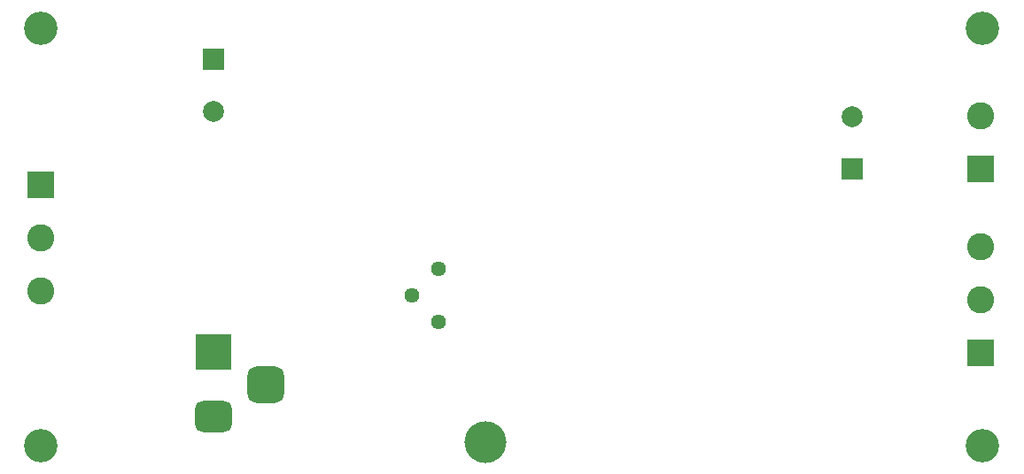
<source format=gbs>
G04 #@! TF.GenerationSoftware,KiCad,Pcbnew,(6.0.10)*
G04 #@! TF.CreationDate,2023-01-08T15:34:45+00:00*
G04 #@! TF.ProjectId,NixiePowerAlternate,4e697869-6550-46f7-9765-72416c746572,rev?*
G04 #@! TF.SameCoordinates,Original*
G04 #@! TF.FileFunction,Soldermask,Bot*
G04 #@! TF.FilePolarity,Negative*
%FSLAX46Y46*%
G04 Gerber Fmt 4.6, Leading zero omitted, Abs format (unit mm)*
G04 Created by KiCad (PCBNEW (6.0.10)) date 2023-01-08 15:34:45*
%MOMM*%
%LPD*%
G01*
G04 APERTURE LIST*
G04 Aperture macros list*
%AMRoundRect*
0 Rectangle with rounded corners*
0 $1 Rounding radius*
0 $2 $3 $4 $5 $6 $7 $8 $9 X,Y pos of 4 corners*
0 Add a 4 corners polygon primitive as box body*
4,1,4,$2,$3,$4,$5,$6,$7,$8,$9,$2,$3,0*
0 Add four circle primitives for the rounded corners*
1,1,$1+$1,$2,$3*
1,1,$1+$1,$4,$5*
1,1,$1+$1,$6,$7*
1,1,$1+$1,$8,$9*
0 Add four rect primitives between the rounded corners*
20,1,$1+$1,$2,$3,$4,$5,0*
20,1,$1+$1,$4,$5,$6,$7,0*
20,1,$1+$1,$6,$7,$8,$9,0*
20,1,$1+$1,$8,$9,$2,$3,0*%
G04 Aperture macros list end*
%ADD10C,3.200000*%
%ADD11R,3.500000X3.500000*%
%ADD12RoundRect,0.750000X1.000000X-0.750000X1.000000X0.750000X-1.000000X0.750000X-1.000000X-0.750000X0*%
%ADD13RoundRect,0.875000X0.875000X-0.875000X0.875000X0.875000X-0.875000X0.875000X-0.875000X-0.875000X0*%
%ADD14C,1.440000*%
%ADD15C,4.000000*%
%ADD16R,2.600000X2.600000*%
%ADD17C,2.600000*%
%ADD18R,2.000000X2.000000*%
%ADD19C,2.000000*%
G04 APERTURE END LIST*
D10*
X195000000Y-105000000D03*
D11*
X121500000Y-136000000D03*
D12*
X121500000Y-142200000D03*
D13*
X126500000Y-139100000D03*
D14*
X142985000Y-128000000D03*
X140445000Y-130540000D03*
X142985000Y-133080000D03*
D15*
X147500000Y-144600000D03*
D16*
X105000000Y-120000000D03*
D17*
X105000000Y-125080000D03*
X105000000Y-130160000D03*
D16*
X194805000Y-118500000D03*
D17*
X194805000Y-113420000D03*
D18*
X121500000Y-108000000D03*
D19*
X121500000Y-113000000D03*
D10*
X195000000Y-145000000D03*
D16*
X194805000Y-136096000D03*
D17*
X194805000Y-131016000D03*
X194805000Y-125936000D03*
D10*
X105000000Y-105000000D03*
D19*
X182500000Y-113441807D03*
D18*
X182500000Y-118441807D03*
D10*
X105000000Y-145000000D03*
M02*

</source>
